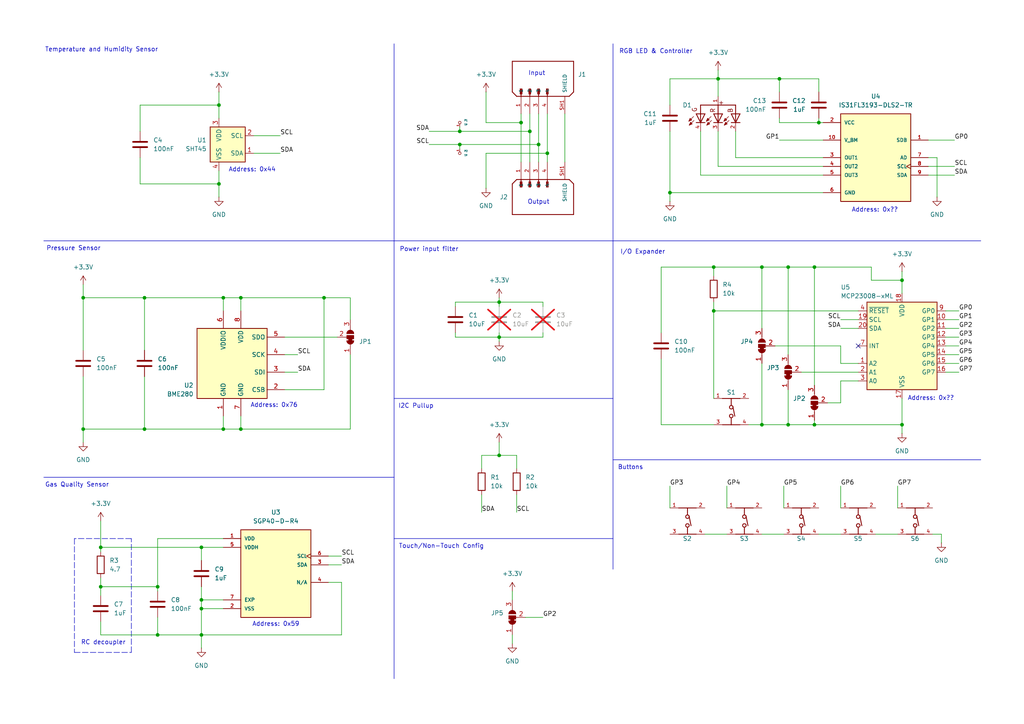
<source format=kicad_sch>
(kicad_sch (version 20250114) (generator "eeschema") (generator_version "9.0")
  (paper "A4")
  (title_block (title "SensorBoard Mk2") (date "2025-12-01") (rev "001"))
  (lib_symbols
    (symbol "150141M173100:WL-SFTW_3528_PLCC4" (pin_names (offset 1.016))
      (property "Reference" "D" (at 2.06 9.302 0))
      (property "Value" "WL-SFTW_3528_PLCC4" (at 0.14 -8.378 0))
      (symbol "WL-SFTW_3528_PLCC4_0_0"
        (polyline (pts (xy -2.54 5.08) (xy -2.54 0)) (stroke (width 0.254)))
        (polyline (pts (xy -2.54 5.08) (xy 0 5.08)) (stroke (width 0.254)))
        (polyline (pts (xy -2.54 0) (xy -2.54 -5.08)) (stroke (width 0.254)))
        (polyline (pts (xy -2.54 0) (xy 0 0)) (stroke (width 0.254)))
        (polyline (pts (xy -2.54 -5.08) (xy 0 -5.08)) (stroke (width 0.254)))
        (polyline (pts (xy 0 5.08) (xy 0 6.35)) (stroke (width 0.254)))
        (polyline (pts (xy 0 5.08) (xy 2.54 5.08)) (stroke (width 0.254)))
        (polyline (pts (xy 0 3.81) (xy 0 5.08)) (stroke (width 0.254)))
        (polyline (pts (xy 0 3.81) (xy 2.54 5.08)) (stroke (width 0.254)))
        (polyline (pts (xy 0 0) (xy 0 1.27)) (stroke (width 0.254)))
        (polyline (pts (xy 0 0) (xy 2.54 0)) (stroke (width 0.254)))
        (polyline (pts (xy 0 -1.27) (xy 0 0)) (stroke (width 0.254)))
        (polyline (pts (xy 0 -1.27) (xy 2.54 0)) (stroke (width 0.254)))
        (polyline (pts (xy 0 -5.08) (xy 0 -3.81)) (stroke (width 0.254)))
        (polyline (pts (xy 0 -5.08) (xy 2.54 -5.08)) (stroke (width 0.254)))
        (polyline (pts (xy 0 -6.35) (xy 0 -5.08)) (stroke (width 0.254)))
        (polyline (pts (xy 0 -6.35) (xy 2.54 -5.08)) (stroke (width 0.254)))
        (polyline (pts (xy 0.762 7.112) (xy 2.159 8.509)) (stroke (width 0.1524)))
        (polyline (pts (xy 0.762 2.032) (xy 2.159 3.429)) (stroke (width 0.1524)))
        (polyline (pts (xy 0.762 -3.048) (xy 2.159 -1.651)) (stroke (width 0.1524)))
        (polyline (pts (xy 1.905 6.985) (xy 3.302 8.382)) (stroke (width 0.1524)))
        (polyline (pts (xy 1.905 1.905) (xy 3.302 3.302)) (stroke (width 0.1524)))
        (polyline (pts (xy 1.905 -3.175) (xy 3.302 -1.778)) (stroke (width 0.1524)))
        (polyline (pts (xy 2.159 8.509) (xy 1.27 8.128) (xy 1.778 7.62) (xy 2.159 8.509)) (stroke (width 0.1524)) (fill (type outline)))
        (polyline (pts (xy 2.159 3.429) (xy 1.27 3.048) (xy 1.778 2.54) (xy 2.159 3.429)) (stroke (width 0.1524)) (fill (type outline)))
        (polyline (pts (xy 2.159 -1.651) (xy 1.27 -2.032) (xy 1.778 -2.54) (xy 2.159 -1.651)) (stroke (width 0.1524)) (fill (type outline)))
        (polyline (pts (xy 2.54 5.08) (xy 0 6.35)) (stroke (width 0.254)))
        (polyline (pts (xy 2.54 5.08) (xy 2.54 6.35)) (stroke (width 0.254)))
        (polyline (pts (xy 2.54 3.81) (xy 2.54 5.08)) (stroke (width 0.254)))
        (polyline (pts (xy 2.54 0) (xy 0 1.27)) (stroke (width 0.254)))
        (polyline (pts (xy 2.54 0) (xy 2.54 1.27)) (stroke (width 0.254)))
        (polyline (pts (xy 2.54 -1.27) (xy 2.54 0)) (stroke (width 0.254)))
        (polyline (pts (xy 2.54 -5.08) (xy 0 -3.81)) (stroke (width 0.254)))
        (polyline (pts (xy 2.54 -5.08) (xy 2.54 -3.81)) (stroke (width 0.254)))
        (polyline (pts (xy 2.54 -6.35) (xy 2.54 -5.08)) (stroke (width 0.254)))
        (polyline (pts (xy 3.302 8.382) (xy 2.413 8.001) (xy 2.921 7.493) (xy 3.302 8.382)) (stroke (width 0.1524)) (fill (type outline)))
        (polyline (pts (xy 3.302 3.302) (xy 2.413 2.921) (xy 2.921 2.413) (xy 3.302 3.302)) (stroke (width 0.1524)) (fill (type outline)))
        (polyline (pts (xy 3.302 -1.778) (xy 2.413 -2.159) (xy 2.921 -2.667) (xy 3.302 -1.778)) (stroke (width 0.1524)) (fill (type outline)))
        (text "+" (at -4.08 -1.54 0) (effects (font (size 1.27 1.27)) (justify left bottom)))
        (text "G" (at -1.96 6.08 0) (effects (font (size 1.27 1.27)) (justify left bottom)))
        (text "R" (at -1.73 0.78 0) (effects (font (size 1.27 1.27)) (justify left bottom)))
        (text "B" (at -1.73 -4.31 0) (effects (font (size 1.27 1.27)) (justify left bottom)))
        (pin passive line (at -5.08 0 0) (length 2.54) (name "~") (number "1"))
        (pin passive line (at 5.08 5.08 180) (length 2.54) (name "~") (number "4"))
        (pin passive line (at 5.08 0 180) (length 2.54) (name "~") (number "3"))
        (pin passive line (at 5.08 -5.08 180) (length 2.54) (name "~") (number "2"))
      )
    )
    (symbol "430181038816:430181038816" (pin_names (offset 1.016))
      (property "Reference" "S" (at 0 5.842 0))
      (property "Value" "430181038816" (at 0 -5.08 0))
      (symbol "430181038816_0_0"
        (polyline (pts (xy 0 5.08) (xy -2.54 5.08)) (stroke (width 0.254)))
        (polyline (pts (xy 0 3.175) (xy 0 5.08)) (stroke (width 0.254)))
        (circle (center 0 2.54) (radius 0.508) (stroke (width 0.254)))
        (circle (center 0 0) (radius 0.508) (stroke (width 0.254)))
        (polyline (pts (xy 0 -2.54) (xy -2.54 -2.54)) (stroke (width 0.254)))
        (polyline (pts (xy 0 -2.54) (xy 0 -0.635)) (stroke (width 0.254)))
        (polyline (pts (xy 0.47 2.74) (xy 1.04 -0.07)) (stroke (width 0.254)))
        (polyline (pts (xy 2.54 5.08) (xy 0 5.08)) (stroke (width 0.254)))
        (polyline (pts (xy 2.54 -2.54) (xy 0 -2.54)) (stroke (width 0.254)))
        (pin passive line (at -5.08 5.08 0) (length 2.54) (name "~") (number "1"))
        (pin passive line (at -5.08 -2.54 0) (length 2.54) (name "~") (number "3"))
        (pin passive line (at 5.08 5.08 180) (length 2.54) (name "~") (number "2"))
        (pin passive line (at 5.08 -2.54 180) (length 2.54) (name "~") (number "4"))
      )
    )
    (symbol "B4B-PH-SM4-TB:B4B-PH-SM4-TB" (pin_names (offset 1.016))
      (property "Reference" "J" (at 0 8.89 0))
      (property "Value" "B4B-PH-SM4-TB" (at 0 -12.7 0))
      (symbol "B4B-PH-SM4-TB_0_0"
        (polyline (pts (xy 0 6.35) (xy 0 -8.89)) (stroke (width 0.254)))
        (polyline (pts (xy 0 6.35) (xy 1.27 7.62)) (stroke (width 0.254)))
        (polyline (pts (xy 0 5.08) (xy 1.905 5.08)) (stroke (width 0.254)))
        (polyline (pts (xy 0 2.54) (xy 1.905 2.54)) (stroke (width 0.254)))
        (polyline (pts (xy 0 0) (xy 1.905 0)) (stroke (width 0.254)))
        (polyline (pts (xy 0 -2.54) (xy 1.905 -2.54)) (stroke (width 0.254)))
        (polyline (pts (xy 0 -8.89) (xy 1.27 -10.16)) (stroke (width 0.254)))
        (rectangle (start 0.635 4.7625) (end 2.2225 5.3975) (stroke (width 0.1)) (fill (type outline)))
        (rectangle (start 0.635 2.2225) (end 2.2225 2.8575) (stroke (width 0.1)) (fill (type outline)))
        (rectangle (start 0.635 -0.3175) (end 2.2225 0.3175) (stroke (width 0.1)) (fill (type outline)))
        (rectangle (start 0.635 -2.8575) (end 2.2225 -2.2225) (stroke (width 0.1)) (fill (type outline)))
        (polyline (pts (xy 1.27 -10.16) (xy 10.16 -10.16)) (stroke (width 0.254)))
        (polyline (pts (xy 10.16 7.62) (xy 1.27 7.62)) (stroke (width 0.254)))
        (polyline (pts (xy 10.16 -10.16) (xy 10.16 7.62)) (stroke (width 0.254)))
        (pin passive line (at -5.08 5.08 0) (length 5.08) (name "1") (number "1"))
        (pin passive line (at -5.08 2.54 0) (length 5.08) (name "2") (number "2"))
        (pin passive line (at -5.08 0 0) (length 5.08) (name "3") (number "3"))
        (pin passive line (at -5.08 -2.54 0) (length 5.08) (name "4") (number "4"))
        (pin passive line (at -5.08 -7.62 0) (length 5.08) (name "SHIELD") (number "SH1"))
        (pin passive line (at -5.08 -7.62 0) (length 5.08) (hide yes) (name "SHIELD") (number "SH2"))
      )
    )
    (symbol "Device:C" (pin_numbers (hide yes)) (pin_names (offset 0.254))
      (property "Reference" "C" (at 0.635 2.54 0))
      (property "Value" "C" (at 0.635 -2.54 0))
      (symbol "C_0_1"
        (polyline (pts (xy -2.032 0.762) (xy 2.032 0.762)) (stroke (width 0.508)))
        (polyline (pts (xy -2.032 -0.762) (xy 2.032 -0.762)) (stroke (width 0.508)))
      )
      (symbol "C_1_1"
        (pin passive line (at 0 3.81 270) (length 2.794) (name "~") (number "1"))
        (pin passive line (at 0 -3.81 90) (length 2.794) (name "~") (number "2"))
      )
    )
    (symbol "Device:R" (pin_numbers (hide yes)) (pin_names (offset 0))
      (property "Reference" "R" (at 2.032 0 90))
      (property "Value" "R" (at 0 0 90))
      (symbol "R_0_1"
        (rectangle (start -1.016 -2.54) (end 1.016 2.54) (stroke (width 0.254)))
      )
      (symbol "R_1_1"
        (pin passive line (at 0 3.81 270) (length 1.27) (name "~") (number "1"))
        (pin passive line (at 0 -3.81 90) (length 1.27) (name "~") (number "2"))
      )
    )
    (symbol "IS31FL3193-DLS2-TR:IS31FL3193-DLS2-TR" (pin_names (offset 1.016))
      (property "Reference" "U" (at -10.16 13.97 0))
      (property "Value" "IS31FL3193-DLS2-TR" (at -10.16 -13.97 0))
      (symbol "IS31FL3193-DLS2-TR_0_0"
        (rectangle (start -10.16 -12.7) (end 10.16 12.7) (stroke (width 0.254)) (fill (type background)))
        (pin input line (at -15.24 5.08 0) (length 5.08) (name "SDB") (number "1"))
        (pin input line (at -15.24 0 0) (length 5.08) (name "AD") (number "7"))
        (pin input clock (at -15.24 -2.54 0) (length 5.08) (name "SCL") (number "8"))
        (pin bidirectional line (at -15.24 -5.08 0) (length 5.08) (name "SDA") (number "9"))
        (pin power_in line (at 15.24 10.16 180) (length 5.08) (name "VCC") (number "2"))
        (pin output line (at 15.24 5.08 180) (length 5.08) (name "V_BM") (number "10"))
        (pin output line (at 15.24 0 180) (length 5.08) (name "OUT1") (number "3"))
        (pin output line (at 15.24 -2.54 180) (length 5.08) (name "OUT2") (number "4"))
        (pin output line (at 15.24 -5.08 180) (length 5.08) (name "OUT3") (number "5"))
        (pin power_in line (at 15.24 -10.16 180) (length 5.08) (hide yes) (name "GND") (number "11"))
        (pin power_in line (at 15.24 -10.16 180) (length 5.08) (name "GND") (number "6"))
      )
    )
    (symbol "Interface_Expansion:MCP23008-xML"
      (property "Reference" "U" (at -8.89 13.97 0))
      (property "Value" "MCP23008-xML" (at 8.89 13.97 0))
      (symbol "MCP23008-xML_0_1"
        (rectangle (start -10.16 12.7) (end 10.16 -12.7) (stroke (width 0.254)) (fill (type background)))
      )
      (symbol "MCP23008-xML_1_1"
        (pin input line (at -12.7 10.16 0) (length 2.54) (name "~{RESET}") (number "4"))
        (pin input line (at -12.7 7.62 0) (length 2.54) (name "SCL") (number "19"))
        (pin bidirectional line (at -12.7 5.08 0) (length 2.54) (name "SDA") (number "20"))
        (pin output line (at -12.7 0 0) (length 2.54) (name "INT") (number "7"))
        (pin input line (at -12.7 -5.08 0) (length 2.54) (name "A2") (number "1"))
        (pin input line (at -12.7 -7.62 0) (length 2.54) (name "A1") (number "2"))
        (pin input line (at -12.7 -10.16 0) (length 2.54) (name "A0") (number "3"))
        (pin no_connect line (at -10.16 2.54 0) (length 2.54) (hide yes) (name "NC") (number "5"))
        (pin no_connect line (at -10.16 -2.54 0) (length 2.54) (hide yes) (name "NC") (number "6"))
        (pin power_in line (at 0 15.24 270) (length 2.54) (name "VDD") (number "18"))
        (pin power_in line (at 0 -15.24 90) (length 2.54) (name "VSS") (number "17"))
        (pin no_connect line (at 10.16 -10.16 180) (length 2.54) (hide yes) (name "NC") (number "8"))
        (pin bidirectional line (at 12.7 10.16 180) (length 2.54) (name "GP0") (number "9"))
        (pin bidirectional line (at 12.7 7.62 180) (length 2.54) (name "GP1") (number "10"))
        (pin bidirectional line (at 12.7 5.08 180) (length 2.54) (name "GP2") (number "11"))
        (pin bidirectional line (at 12.7 2.54 180) (length 2.54) (name "GP3") (number "12"))
        (pin bidirectional line (at 12.7 0 180) (length 2.54) (name "GP4") (number "13"))
        (pin bidirectional line (at 12.7 -2.54 180) (length 2.54) (name "GP5") (number "14"))
        (pin bidirectional line (at 12.7 -5.08 180) (length 2.54) (name "GP6") (number "15"))
        (pin bidirectional line (at 12.7 -7.62 180) (length 2.54) (name "GP7") (number "16"))
      )
    )
    (symbol "Jumper:SolderJumper_3_Bridged12" (pin_names (offset 0) (hide yes)) (in_bom no)
      (property "Reference" "JP" (at -2.54 -2.54 0))
      (property "Value" "SolderJumper_3_Bridged12" (at 0 2.794 0))
      (symbol "SolderJumper_3_Bridged12_0_1"
        (polyline (pts (xy -2.54 0) (xy -2.032 0)))
        (polyline (pts (xy -1.016 1.016) (xy -1.016 -1.016)))
        (rectangle (start -1.016 0.508) (end -0.508 -0.508) (fill (type outline)))
        (arc (start -1.016 -1.016) (mid -2.0276 0) (end -1.016 1.016))
        (arc (start -1.016 -1.016) (mid -2.0276 0) (end -1.016 1.016) (fill (type outline)))
        (rectangle (start -0.508 1.016) (end 0.508 -1.016) (fill (type outline)))
        (polyline (pts (xy 0 -1.27) (xy 0 -1.016)))
        (arc (start 1.016 1.016) (mid 2.0276 0) (end 1.016 -1.016))
        (arc (start 1.016 1.016) (mid 2.0276 0) (end 1.016 -1.016) (fill (type outline)))
        (polyline (pts (xy 1.016 1.016) (xy 1.016 -1.016)))
        (polyline (pts (xy 2.54 0) (xy 2.032 0)))
      )
      (symbol "SolderJumper_3_Bridged12_1_1"
        (pin passive line (at -5.08 0 0) (length 2.54) (name "A") (number "1"))
        (pin passive line (at 0 -3.81 90) (length 2.54) (name "C") (number "2"))
        (pin passive line (at 5.08 0 180) (length 2.54) (name "B") (number "3"))
      )
    )
    (symbol "SGP40-D-R4:SGP40-D-R4" (pin_names (offset 1.016))
      (property "Reference" "U" (at -10.16 13.462 0))
      (property "Value" "SGP40-D-R4" (at -10.16 -15.24 0))
      (symbol "SGP40-D-R4_0_0"
        (rectangle (start -10.16 -12.7) (end 10.16 12.7) (stroke (width 0.254)) (fill (type background)))
        (pin bidirectional clock (at -15.24 5.08 0) (length 5.08) (name "SCL") (number "6"))
        (pin bidirectional line (at -15.24 2.54 0) (length 5.08) (name "SDA") (number "3"))
        (pin passive line (at -15.24 -2.54 0) (length 5.08) (name "N/A") (number "4"))
        (pin power_in line (at 15.24 10.16 180) (length 5.08) (name "VDD") (number "1"))
        (pin power_in line (at 15.24 7.62 180) (length 5.08) (name "VDDH") (number "5"))
        (pin power_in line (at 15.24 -7.62 180) (length 5.08) (name "EXP") (number "7"))
        (pin power_in line (at 15.24 -10.16 180) (length 5.08) (name "VSS") (number "2"))
      )
    )
    (symbol "Sensor:BME280"
      (property "Reference" "U" (at -8.89 11.43 0))
      (property "Value" "BME280" (at 7.62 11.43 0))
      (symbol "BME280_0_1"
        (rectangle (start -10.16 10.16) (end 10.16 -10.16) (stroke (width 0.254)) (fill (type background)))
      )
      (symbol "BME280_1_1"
        (pin power_in line (at -2.54 15.24 270) (length 5.08) (name "VDDIO") (number "6"))
        (pin power_in line (at -2.54 -15.24 90) (length 5.08) (name "GND") (number "1"))
        (pin power_in line (at 2.54 15.24 270) (length 5.08) (name "VDD") (number "8"))
        (pin power_in line (at 2.54 -15.24 90) (length 5.08) (name "GND") (number "7"))
        (pin bidirectional line (at 15.24 7.62 180) (length 5.08) (name "SDO") (number "5"))
        (pin input line (at 15.24 2.54 180) (length 5.08) (name "SCK") (number "4"))
        (pin bidirectional line (at 15.24 -2.54 180) (length 5.08) (name "SDI") (number "3"))
        (pin input line (at 15.24 -7.62 180) (length 5.08) (name "CSB") (number "2"))
      )
    )
    (symbol "Sensor_Humidity:SHT4x"
      (property "Reference" "U" (at 0 8.89 0))
      (property "Value" "SHT4x" (at 0 6.35 0))
      (symbol "SHT4x_1_1"
        (rectangle (start -5.08 5.08) (end 5.08 -5.08) (stroke (width 0.254)) (fill (type background)))
        (pin input line (at -7.62 2.54 0) (length 2.54) (name "SCL") (number "2"))
        (pin bidirectional line (at -7.62 -2.54 0) (length 2.54) (name "SDA") (number "1"))
        (pin power_in line (at 2.54 7.62 270) (length 2.54) (name "VDD") (number "3"))
        (pin power_in line (at 2.54 -7.62 90) (length 2.54) (name "VSS") (number "4"))
      )
    )
    (symbol "power:+3.3V" (power) (pin_numbers (hide yes)) (pin_names (offset 0) (hide yes))
      (property "Value" "+3.3V" (at 0 3.556 0))
      (symbol "+3.3V_0_1"
        (polyline (pts (xy -0.762 1.27) (xy 0 2.54)))
        (polyline (pts (xy 0 2.54) (xy 0.762 1.27)))
        (polyline (pts (xy 0 0) (xy 0 2.54)))
      )
      (symbol "+3.3V_1_1"
        (pin power_in line (at 0 0 90) (length 0) (name "~") (number "1"))
      )
    )
    (symbol "power:GND" (power) (pin_numbers (hide yes)) (pin_names (offset 0) (hide yes))
      (property "Value" "GND" (at 0 -3.81 0))
      (symbol "GND_0_1"
        (polyline (pts (xy 0 0) (xy 0 -1.27) (xy 1.27 -1.27) (xy 0 -2.54) (xy -1.27 -1.27) (xy 0 -1.27)))
      )
      (symbol "GND_1_1"
        (pin power_in line (at 0 0 270) (length 0) (name "~") (number "1"))
      )
    )
    (symbol "tinkerforge:TP" (pin_names (offset 1.016))
      (property "Reference" "P" (at -0.508 1.524 0))
      (property "Value" "TP" (at 0 -1.27 0))
      (symbol "TP_0_1"
        (circle (center 1.27 0) (radius 0.381))
      )
      (symbol "TP_1_1"
        (pin input line (at 0 0 0) (length 0.9) (name "~") (number "1"))
      )
    )
  )
  (text "Address: 0x76" (at 79.502 117.602 0) (effects (font (size 1.27 1.27))))
  (text "Address: 0x44" (at 73.152 49.276 0) (effects (font (size 1.27 1.27))))
  (text "I/O Expander" (at 186.436 73.152 0) (effects (font (size 1.27 1.27))))
  (text "Gas Quality Sensor" (at 22.352 140.716 0) (effects (font (size 1.27 1.27))))
  (text "Address: 0x??" (at 253.746 60.96 0) (effects (font (size 1.27 1.27))))
  (text "Pressure Sensor" (at 21.336 72.136 0) (effects (font (size 1.27 1.27))))
  (text "Output" (at 156.21 58.674 0) (effects (font (size 1.27 1.27))))
  (text "Address: 0x59" (at 80.01 181.102 0) (effects (font (size 1.27 1.27))))
  (text "RC decoupler" (at 29.972 186.436 0) (effects (font (size 1.27 1.27))))
  (text "Touch/Non-Touch Config" (at 128.016 158.496 0) (effects (font (size 1.27 1.27))))
  (text "Temperature and Humidity Sensor" (at 29.464 14.478 0) (effects (font (size 1.27 1.27))))
  (text "Input" (at 155.702 21.336 0) (effects (font (size 1.27 1.27))))
  (text "I2C Pullup" (at 120.65 117.856 0) (effects (font (size 1.27 1.27))))
  (text "Buttons" (at 182.88 135.636 0) (effects (font (size 1.27 1.27))))
  (text "Address: 0x??" (at 270.002 115.57 0) (effects (font (size 1.27 1.27))))
  (text "RGB LED & Controller" (at 190.246 14.986 0) (effects (font (size 1.27 1.27))))
  (text "Power input filter" (at 124.46 72.39 0) (effects (font (size 1.27 1.27))))
  (junction (at 144.78 132.08))
  (junction (at 208.28 22.86))
  (junction (at 69.85 86.36))
  (junction (at 144.78 97.79))
  (junction (at 226.06 22.86))
  (junction (at 29.21 158.75))
  (junction (at 63.5 53.34))
  (junction (at 63.5 30.48))
  (junction (at 194.31 55.88))
  (junction (at 207.01 90.17))
  (junction (at 58.42 176.53))
  (junction (at 228.6 77.47))
  (junction (at 24.13 86.36))
  (junction (at 236.22 77.47))
  (junction (at 236.22 123.19))
  (junction (at 261.62 81.28))
  (junction (at 153.67 38.1))
  (junction (at 156.21 41.91))
  (junction (at 237.49 35.56))
  (junction (at 58.42 158.75))
  (junction (at 228.6 123.19))
  (junction (at 151.13 35.56))
  (junction (at 220.98 123.19))
  (junction (at 45.72 184.15))
  (junction (at 41.91 124.46))
  (junction (at 93.98 86.36))
  (junction (at 158.75 44.45))
  (junction (at 29.21 170.18))
  (junction (at 261.62 123.19))
  (junction (at 58.42 173.99))
  (junction (at 41.91 86.36))
  (junction (at 58.42 184.15))
  (junction (at 45.72 170.18))
  (junction (at 144.78 87.63))
  (junction (at 133.35 38.1))
  (junction (at 64.77 86.36))
  (junction (at 64.77 124.46))
  (junction (at 220.98 77.47))
  (junction (at 24.13 124.46))
  (junction (at 207.01 77.47))
  (junction (at 133.35 41.91))
  (junction (at 69.85 124.46))
  (no_connect (at 248.92 100.33))
  (wire (pts (xy 124.46 41.91) (xy 133.35 41.91)))
  (wire (pts (xy 252.73 81.28) (xy 261.62 81.28)))
  (wire (pts (xy 140.97 54.61) (xy 140.97 44.45)))
  (wire (pts (xy 191.77 123.19) (xy 191.77 104.14)))
  (wire (pts (xy 82.55 113.03) (xy 93.98 113.03)))
  (wire (pts (xy 45.72 184.15) (xy 58.42 184.15)))
  (wire (pts (xy 274.32 100.33) (xy 278.13 100.33)))
  (wire (pts (xy 274.32 90.17) (xy 278.13 90.17)))
  (wire (pts (xy 73.66 39.37) (xy 81.28 39.37)))
  (polyline (pts (xy 12.7 138.43) (xy 114.3 138.43)))
  (wire (pts (xy 63.5 53.34) (xy 63.5 57.15)))
  (wire (pts (xy 207.01 87.63) (xy 207.01 90.17)))
  (polyline (pts (xy 38.1 189.23) (xy 38.1 156.21)) (stroke (width 0) (type dash)))
  (wire (pts (xy 40.64 45.72) (xy 40.64 53.34)))
  (wire (pts (xy 69.85 86.36) (xy 93.98 86.36)))
  (wire (pts (xy 243.84 92.71) (xy 248.92 92.71)))
  (wire (pts (xy 252.73 77.47) (xy 252.73 81.28)))
  (polyline (pts (xy 114.3 69.85) (xy 182.88 69.85)))
  (wire (pts (xy 194.31 140.97) (xy 194.31 147.32)))
  (wire (pts (xy 236.22 77.47) (xy 236.22 111.76)))
  (wire (pts (xy 29.21 167.64) (xy 29.21 170.18)))
  (wire (pts (xy 226.06 34.29) (xy 226.06 35.56)))
  (polyline (pts (xy 177.8 12.7) (xy 177.8 165.1)))
  (wire (pts (xy 220.98 154.94) (xy 227.33 154.94)))
  (wire (pts (xy 63.5 49.53) (xy 63.5 53.34)))
  (wire (pts (xy 148.59 184.15) (xy 148.59 186.69)))
  (wire (pts (xy 41.91 124.46) (xy 64.77 124.46)))
  (wire (pts (xy 213.36 38.1) (xy 213.36 45.72)))
  (wire (pts (xy 213.36 45.72) (xy 238.76 45.72)))
  (wire (pts (xy 93.98 86.36) (xy 101.6 86.36)))
  (wire (pts (xy 45.72 156.21) (xy 45.72 170.18)))
  (wire (pts (xy 139.7 143.51) (xy 139.7 148.59)))
  (wire (pts (xy 139.7 132.08) (xy 144.78 132.08)))
  (wire (pts (xy 144.78 97.79) (xy 144.78 99.06)))
  (wire (pts (xy 101.6 102.87) (xy 101.6 124.46)))
  (wire (pts (xy 152.4 179.07) (xy 157.48 179.07)))
  (wire (pts (xy 157.48 97.79) (xy 144.78 97.79)))
  (wire (pts (xy 274.32 95.25) (xy 278.13 95.25)))
  (wire (pts (xy 132.08 97.79) (xy 144.78 97.79)))
  (wire (pts (xy 157.48 87.63) (xy 144.78 87.63)))
  (wire (pts (xy 226.06 22.86) (xy 208.28 22.86)))
  (wire (pts (xy 133.35 41.91) (xy 156.21 41.91)))
  (wire (pts (xy 243.84 116.84) (xy 243.84 110.49)))
  (polyline (pts (xy 12.7 69.85) (xy 114.3 69.85)))
  (wire (pts (xy 99.06 168.91) (xy 95.25 168.91)))
  (polyline (pts (xy 114.3 156.21) (xy 177.8 156.21)))
  (wire (pts (xy 64.77 158.75) (xy 58.42 158.75)))
  (wire (pts (xy 64.77 90.17) (xy 64.77 86.36)))
  (wire (pts (xy 149.86 132.08) (xy 149.86 135.89)))
  (wire (pts (xy 133.35 36.83) (xy 133.35 38.1)))
  (wire (pts (xy 236.22 121.92) (xy 236.22 123.19)))
  (wire (pts (xy 207.01 90.17) (xy 207.01 115.57)))
  (wire (pts (xy 269.24 48.26) (xy 276.86 48.26)))
  (wire (pts (xy 227.33 140.97) (xy 227.33 147.32)))
  (wire (pts (xy 236.22 123.19) (xy 261.62 123.19)))
  (wire (pts (xy 208.28 22.86) (xy 208.28 27.94)))
  (wire (pts (xy 191.77 77.47) (xy 191.77 96.52)))
  (wire (pts (xy 261.62 81.28) (xy 261.62 85.09)))
  (wire (pts (xy 40.64 30.48) (xy 63.5 30.48)))
  (wire (pts (xy 24.13 82.55) (xy 24.13 86.36)))
  (wire (pts (xy 270.51 154.94) (xy 273.05 154.94)))
  (wire (pts (xy 93.98 113.03) (xy 93.98 86.36)))
  (wire (pts (xy 64.77 173.99) (xy 58.42 173.99)))
  (wire (pts (xy 274.32 97.79) (xy 278.13 97.79)))
  (wire (pts (xy 139.7 135.89) (xy 139.7 132.08)))
  (wire (pts (xy 144.78 128.27) (xy 144.78 132.08)))
  (wire (pts (xy 210.82 140.97) (xy 210.82 147.32)))
  (wire (pts (xy 238.76 35.56) (xy 237.49 35.56)))
  (wire (pts (xy 261.62 78.74) (xy 261.62 81.28)))
  (wire (pts (xy 64.77 120.65) (xy 64.77 124.46)))
  (wire (pts (xy 29.21 170.18) (xy 29.21 172.72)))
  (wire (pts (xy 148.59 171.45) (xy 148.59 173.99)))
  (wire (pts (xy 157.48 96.52) (xy 157.48 97.79)))
  (wire (pts (xy 24.13 124.46) (xy 24.13 128.27)))
  (wire (pts (xy 203.2 38.1) (xy 203.2 50.8)))
  (wire (pts (xy 194.31 55.88) (xy 238.76 55.88)))
  (wire (pts (xy 132.08 96.52) (xy 132.08 97.79)))
  (wire (pts (xy 274.32 107.95) (xy 278.13 107.95)))
  (wire (pts (xy 24.13 124.46) (xy 41.91 124.46)))
  (wire (pts (xy 208.28 20.32) (xy 208.28 22.86)))
  (wire (pts (xy 158.75 33.02) (xy 158.75 44.45)))
  (wire (pts (xy 237.49 26.67) (xy 237.49 22.86)))
  (wire (pts (xy 40.64 38.1) (xy 40.64 30.48)))
  (wire (pts (xy 217.17 123.19) (xy 220.98 123.19)))
  (wire (pts (xy 41.91 86.36) (xy 64.77 86.36)))
  (wire (pts (xy 204.47 154.94) (xy 210.82 154.94)))
  (wire (pts (xy 69.85 124.46) (xy 101.6 124.46)))
  (wire (pts (xy 261.62 115.57) (xy 261.62 123.19)))
  (wire (pts (xy 158.75 46.99) (xy 158.75 44.45)))
  (wire (pts (xy 58.42 158.75) (xy 58.42 162.56)))
  (wire (pts (xy 243.84 140.97) (xy 243.84 147.32)))
  (wire (pts (xy 63.5 30.48) (xy 63.5 34.29)))
  (wire (pts (xy 207.01 90.17) (xy 248.92 90.17)))
  (wire (pts (xy 58.42 173.99) (xy 58.42 176.53)))
  (wire (pts (xy 156.21 41.91) (xy 156.21 46.99)))
  (polyline (pts (xy 21.59 156.21) (xy 21.59 189.23)) (stroke (width 0) (type dash)))
  (wire (pts (xy 64.77 86.36) (xy 69.85 86.36)))
  (wire (pts (xy 153.67 38.1) (xy 153.67 46.99)))
  (wire (pts (xy 29.21 158.75) (xy 58.42 158.75)))
  (wire (pts (xy 149.86 143.51) (xy 149.86 148.59)))
  (wire (pts (xy 226.06 35.56) (xy 237.49 35.56)))
  (wire (pts (xy 156.21 33.02) (xy 156.21 41.91)))
  (polyline (pts (xy 182.88 69.85) (xy 284.48 69.85)))
  (wire (pts (xy 41.91 109.22) (xy 41.91 124.46)))
  (wire (pts (xy 243.84 95.25) (xy 248.92 95.25)))
  (wire (pts (xy 157.48 88.9) (xy 157.48 87.63)))
  (wire (pts (xy 261.62 123.19) (xy 261.62 125.73)))
  (wire (pts (xy 228.6 77.47) (xy 236.22 77.47)))
  (wire (pts (xy 207.01 123.19) (xy 191.77 123.19)))
  (wire (pts (xy 140.97 44.45) (xy 158.75 44.45)))
  (wire (pts (xy 58.42 170.18) (xy 58.42 173.99)))
  (polyline (pts (xy 114.3 115.57) (xy 177.8 115.57)))
  (wire (pts (xy 29.21 170.18) (xy 45.72 170.18)))
  (wire (pts (xy 24.13 101.6) (xy 24.13 86.36)))
  (wire (pts (xy 274.32 105.41) (xy 278.13 105.41)))
  (wire (pts (xy 226.06 40.64) (xy 238.76 40.64)))
  (wire (pts (xy 41.91 101.6) (xy 41.91 86.36)))
  (wire (pts (xy 237.49 154.94) (xy 243.84 154.94)))
  (polyline (pts (xy 114.3 12.7) (xy 114.3 196.85)))
  (wire (pts (xy 40.64 53.34) (xy 63.5 53.34)))
  (wire (pts (xy 151.13 33.02) (xy 151.13 35.56)))
  (wire (pts (xy 203.2 50.8) (xy 238.76 50.8)))
  (wire (pts (xy 144.78 132.08) (xy 149.86 132.08)))
  (wire (pts (xy 73.66 44.45) (xy 81.28 44.45)))
  (wire (pts (xy 63.5 26.67) (xy 63.5 30.48)))
  (wire (pts (xy 243.84 105.41) (xy 248.92 105.41)))
  (wire (pts (xy 144.78 97.79) (xy 144.78 96.52)))
  (wire (pts (xy 269.24 45.72) (xy 271.78 45.72)))
  (wire (pts (xy 144.78 87.63) (xy 144.78 88.9)))
  (wire (pts (xy 29.21 158.75) (xy 29.21 160.02)))
  (wire (pts (xy 237.49 35.56) (xy 237.49 34.29)))
  (wire (pts (xy 237.49 22.86) (xy 226.06 22.86)))
  (wire (pts (xy 226.06 26.67) (xy 226.06 22.86)))
  (wire (pts (xy 99.06 168.91) (xy 99.06 184.15)))
  (wire (pts (xy 29.21 151.13) (xy 29.21 158.75)))
  (wire (pts (xy 58.42 184.15) (xy 58.42 176.53)))
  (wire (pts (xy 45.72 179.07) (xy 45.72 184.15)))
  (wire (pts (xy 45.72 156.21) (xy 64.77 156.21)))
  (wire (pts (xy 232.41 107.95) (xy 248.92 107.95)))
  (wire (pts (xy 243.84 100.33) (xy 243.84 105.41)))
  (wire (pts (xy 133.35 41.91) (xy 133.35 43.18)))
  (polyline (pts (xy 177.8 133.35) (xy 284.48 133.35)))
  (wire (pts (xy 194.31 30.48) (xy 194.31 22.86)))
  (wire (pts (xy 82.55 97.79) (xy 97.79 97.79)))
  (wire (pts (xy 153.67 33.02) (xy 153.67 38.1)))
  (wire (pts (xy 24.13 109.22) (xy 24.13 124.46)))
  (wire (pts (xy 151.13 35.56) (xy 151.13 46.99)))
  (wire (pts (xy 220.98 105.41) (xy 220.98 123.19)))
  (wire (pts (xy 207.01 77.47) (xy 207.01 80.01)))
  (wire (pts (xy 144.78 86.36) (xy 144.78 87.63)))
  (wire (pts (xy 274.32 102.87) (xy 278.13 102.87)))
  (wire (pts (xy 194.31 38.1) (xy 194.31 55.88)))
  (wire (pts (xy 271.78 45.72) (xy 271.78 57.15)))
  (wire (pts (xy 132.08 87.63) (xy 144.78 87.63)))
  (wire (pts (xy 82.55 107.95) (xy 86.36 107.95)))
  (wire (pts (xy 133.35 38.1) (xy 153.67 38.1)))
  (wire (pts (xy 140.97 35.56) (xy 151.13 35.56)))
  (polyline (pts (xy 21.59 189.23) (xy 38.1 189.23)) (stroke (width 0) (type dash)))
  (wire (pts (xy 95.25 163.83) (xy 99.06 163.83)))
  (wire (pts (xy 191.77 77.47) (xy 207.01 77.47)))
  (wire (pts (xy 220.98 123.19) (xy 228.6 123.19)))
  (wire (pts (xy 269.24 40.64) (xy 276.86 40.64)))
  (wire (pts (xy 124.46 38.1) (xy 133.35 38.1)))
  (wire (pts (xy 132.08 87.63) (xy 132.08 88.9)))
  (wire (pts (xy 240.03 116.84) (xy 243.84 116.84)))
  (wire (pts (xy 194.31 22.86) (xy 208.28 22.86)))
  (polyline (pts (xy 38.1 156.21) (xy 21.59 156.21)) (stroke (width 0) (type dash)))
  (wire (pts (xy 228.6 123.19) (xy 236.22 123.19)))
  (wire (pts (xy 260.35 140.97) (xy 260.35 147.32)))
  (wire (pts (xy 64.77 124.46) (xy 69.85 124.46)))
  (wire (pts (xy 95.25 161.29) (xy 99.06 161.29)))
  (wire (pts (xy 45.72 170.18) (xy 45.72 171.45)))
  (wire (pts (xy 58.42 184.15) (xy 99.06 184.15)))
  (wire (pts (xy 208.28 48.26) (xy 238.76 48.26)))
  (wire (pts (xy 269.24 50.8) (xy 276.86 50.8)))
  (wire (pts (xy 228.6 77.47) (xy 228.6 102.87)))
  (wire (pts (xy 69.85 120.65) (xy 69.85 124.46)))
  (wire (pts (xy 220.98 77.47) (xy 228.6 77.47)))
  (wire (pts (xy 64.77 176.53) (xy 58.42 176.53)))
  (wire (pts (xy 220.98 77.47) (xy 220.98 95.25)))
  (wire (pts (xy 243.84 110.49) (xy 248.92 110.49)))
  (wire (pts (xy 29.21 184.15) (xy 45.72 184.15)))
  (wire (pts (xy 254 154.94) (xy 260.35 154.94)))
  (wire (pts (xy 236.22 77.47) (xy 252.73 77.47)))
  (wire (pts (xy 163.83 33.02) (xy 163.83 46.99)))
  (wire (pts (xy 29.21 180.34) (xy 29.21 184.15)))
  (wire (pts (xy 82.55 102.87) (xy 86.36 102.87)))
  (wire (pts (xy 274.32 92.71) (xy 278.13 92.71)))
  (wire (pts (xy 101.6 92.71) (xy 101.6 86.36)))
  (wire (pts (xy 208.28 38.1) (xy 208.28 48.26)))
  (wire (pts (xy 224.79 100.33) (xy 243.84 100.33)))
  (wire (pts (xy 194.31 55.88) (xy 194.31 58.42)))
  (wire (pts (xy 69.85 86.36) (xy 69.85 90.17)))
  (wire (pts (xy 207.01 77.47) (xy 220.98 77.47)))
  (wire (pts (xy 58.42 187.96) (xy 58.42 184.15)))
  (wire (pts (xy 24.13 86.36) (xy 41.91 86.36)))
  (wire (pts (xy 140.97 26.67) (xy 140.97 35.56)))
  (wire (pts (xy 228.6 113.03) (xy 228.6 123.19)))
  (wire (pts (xy 273.05 154.94) (xy 273.05 157.48)))
  (label "GP0" (at 278.13 90.17 0))
  (label "SDA" (at 243.84 95.25 180))
  (label "SCL" (at 124.46 41.91 180))
  (label "GP5" (at 227.33 140.97 0))
  (label "GP3" (at 278.13 97.79 0))
  (label "SCL" (at 99.06 161.29 0))
  (label "SCL" (at 81.28 39.37 0))
  (label "GP4" (at 210.82 140.97 0))
  (label "GP4" (at 278.13 100.33 0))
  (label "SDA" (at 86.36 107.95 0))
  (label "SDA" (at 139.7 148.59 0))
  (label "SDA" (at 124.46 38.1 180))
  (label "SDA" (at 99.06 163.83 0))
  (label "GP7" (at 278.13 107.95 0))
  (label "SCL" (at 276.86 48.26 0))
  (label "GP2" (at 278.13 95.25 0))
  (label "SDA" (at 81.28 44.45 0))
  (label "GP5" (at 278.13 102.87 0))
  (label "GP0" (at 276.86 40.64 0))
  (label "SDA" (at 276.86 50.8 0))
  (label "SCL" (at 86.36 102.87 0))
  (label "GP6" (at 278.13 105.41 0))
  (label "GP2" (at 157.48 179.07 0))
  (label "GP1" (at 226.06 40.64 180))
  (label "SCL" (at 149.86 148.59 0))
  (label "SCL" (at 243.84 92.71 180))
  (label "GP6" (at 243.84 140.97 0))
  (label "GP7" (at 260.35 140.97 0))
  (label "GP3" (at 194.31 140.97 0))
  (label "GP1" (at 278.13 92.71 0))
  (symbol (lib_id "power:+3.3V") (at 29.21 151.13 0) (mirror y) (unit 1)
    (property "Reference" "#PWR05" (effects (hide yes)))
    (property "Value" "+3.3V" (at 29.21 146.05 0))
    (property "Description" "Power symbol creates a global label with name \"+3.3V\"" (effects (hide yes)))
  )
  (symbol (lib_id "Interface_Expansion:MCP23008-xML") (at 261.62 100.33 0) (unit 1)
    (property "Reference" "U5" (at 243.84 83.312 0) (effects (justify left)))
    (property "Value" "MCP23008-xML" (at 243.84 85.852 0) (effects (justify left)))
    (property "Footprint" "Package_DFN_QFN:QFN-20-1EP_4x4mm_P0.5mm_EP2.7x2.7mm" (effects (hide yes)))
    (property "Datasheet" "http://ww1.microchip.com/downloads/en/DeviceDoc/MCP23008-MCP23S08-Data-Sheet-20001919F.pdf" (effects (hide yes)))
    (property "Description" "8-bit I/O expander, I2C, interrupts, QFN-20" (effects (hide yes)))
  )
  (symbol (lib_id "power:+3.3V") (at 63.5 26.67 0) (unit 1)
    (property "Reference" "#PWR01" (effects (hide yes)))
    (property "Value" "+3.3V" (at 63.5 21.59 0))
    (property "Description" "Power symbol creates a global label with name \"+3.3V\"" (effects (hide yes)))
  )
  (symbol (lib_id "power:GND") (at 24.13 128.27 0) (unit 1)
    (property "Reference" "#PWR03" (effects (hide yes)))
    (property "Value" "GND" (at 24.13 133.35 0))
    (property "Description" "Power symbol creates a global label with name \"GND\" , ground" (effects (hide yes)))
  )
  (symbol (lib_id "power:GND") (at 271.78 57.15 0) (unit 1)
    (property "Reference" "#PWR014" (effects (hide yes)))
    (property "Value" "GND" (at 271.78 62.23 0))
    (property "Description" "Power symbol creates a global label with name \"GND\" , ground" (effects (hide yes)))
  )
  (symbol (lib_id "power:+3.3V") (at 144.78 86.36 0) (unit 1)
    (property "Reference" "#PWR09" (effects (hide yes)))
    (property "Value" "+3.3V" (at 144.78 81.28 0))
    (property "Description" "Power symbol creates a global label with name \"+3.3V\"" (effects (hide yes)))
  )
  (symbol (lib_id "power:+3.3V") (at 148.59 171.45 0) (mirror y) (unit 1)
    (property "Reference" "#PWR016" (effects (hide yes)))
    (property "Value" "+3.3V" (at 148.59 166.37 0))
    (property "Description" "Power symbol creates a global label with name \"+3.3V\"" (effects (hide yes)))
  )
  (symbol (lib_id "power:+3.3V") (at 208.28 20.32 0) (unit 1)
    (property "Reference" "#PWR012" (effects (hide yes)))
    (property "Value" "+3.3V" (at 208.28 15.24 0))
    (property "Description" "Power symbol creates a global label with name \"+3.3V\"" (effects (hide yes)))
  )
  (symbol (lib_id "430181038816:430181038816") (at 248.92 152.4 0) (unit 1)
    (property "Reference" "S5" (at 250.1901 156.21 0) (effects (justify right)))
    (property "Value" "430181038816" (effects (hide yes)))
    (property "Footprint" "430181038816:430181038816" (effects (hide yes)))
    (property "MF" "Wurth Electronics" (effects (hide yes)))
    (property "Description_1" "4.5*4.5mm vertical type, SMT, height 3.8mm, black actuator, 160gf, T&R" (effects (hide yes)))
    (property "Package" "None" (effects (hide yes)))
    (property "Price" "None" (effects (hide yes)))
    (property "SnapEDA_Link" "https://www.snapeda.com/parts/430181038816/Wurth+Electronics/view-part/?ref=snap" (effects (hide yes)))
    (property "MP" "430181038816" (effects (hide yes)))
    (property "Availability" "In Stock" (effects (hide yes)))
    (property "Check_prices" "https://www.snapeda.com/parts/430181038816/Wurth+Electronics/view-part/?ref=eda" (effects (hide yes)))
  )
  (symbol (lib_id "Device:C") (at 226.06 30.48 0) (mirror y) (unit 1)
    (property "Reference" "C13" (at 222.25 29.2099 0) (effects (justify left)))
    (property "Value" "100nF" (at 222.25 31.7499 0) (effects (justify left)))
    (property "Description" "Unpolarized capacitor" (effects (hide yes)))
  )
  (symbol (lib_id "power:GND") (at 140.97 54.61 0) (unit 1)
    (property "Reference" "#PWR019" (effects (hide yes)))
    (property "Value" "GND" (at 140.97 59.69 0))
    (property "Description" "Power symbol creates a global label with name \"GND\" , ground" (effects (hide yes)))
  )
  (symbol (lib_id "power:GND") (at 273.05 157.48 0) (unit 1)
    (property "Reference" "#PWR015" (effects (hide yes)))
    (property "Value" "GND" (at 273.05 162.56 0))
    (property "Description" "Power symbol creates a global label with name \"GND\" , ground" (effects (hide yes)))
  )
  (symbol (lib_id "150141M173100:WL-SFTW_3528_PLCC4") (at 208.28 33.02 90) (mirror x) (unit 1)
    (property "Reference" "D1" (at 200.66 30.48 90) (effects (justify left)))
    (property "Value" "WL-SFTW_3528_PLCC4" (effects (hide yes)))
    (property "Footprint" "WL-SFTW_3528_PLCC4:WL-SFTW_3528_PLCC4" (effects (hide yes)))
    (property "MF" "Wurth Electronics" (effects (hide yes)))
    (property "Description_1" "3528, full-color, Red/Green/Blue Typ.(@20mA): 625/520/470nm, 270/950/230mcd, 2.0/3.2/3.2V, 120° AlInGaP/InGaN/InGaN" (effects (hide yes)))
    (property "Package" "1411 Würth Elektronik" (effects (hide yes)))
    (property "Price" "None" (effects (hide yes)))
    (property "SnapEDA_Link" "https://www.snapeda.com/parts/150141M173100/Wurth+Electronics/view-part/?ref=snap" (effects (hide yes)))
    (property "MP" "150141M173100" (effects (hide yes)))
    (property "Availability" "In Stock" (effects (hide yes)))
    (property "Check_prices" "https://www.snapeda.com/parts/150141M173100/Wurth+Electronics/view-part/?ref=eda" (effects (hide yes)))
  )
  (symbol (lib_id "SGP40-D-R4:SGP40-D-R4") (at 80.01 166.37 0) (mirror y) (unit 1)
    (property "Reference" "U3" (at 80.01 148.59 0))
    (property "Value" "SGP40-D-R4" (at 80.01 151.13 0))
    (property "Footprint" "SGP40-D-R4:XCDR_SGP40-D-R4" (effects (hide yes)))
    (property "MF" "Sensirion AG" (effects (hide yes)))
    (property "MAXIMUM_PACKAGE_HEIGHT" "0.95mm" (effects (hide yes)))
    (property "Package" "None" (effects (hide yes)))
    (property "Price" "None" (effects (hide yes)))
    (property "Check_prices" "https://www.snapeda.com/parts/SGP40-D-R4/Sensirion/view-part/?ref=eda" (effects (hide yes)))
    (property "STANDARD" "Manufacturer Recommendations" (effects (hide yes)))
    (property "PARTREV" "1.2" (effects (hide yes)))
    (property "SnapEDA_Link" "https://www.snapeda.com/parts/SGP40-D-R4/Sensirion/view-part/?ref=snap" (effects (hide yes)))
    (property "MP" "SGP40-D-R4" (effects (hide yes)))
    (property "Description_1" "AIR QUALITY GAS SENSOR LOW POWER" (effects (hide yes)))
    (property "MANUFACTURER" "Sensirion AG" (effects (hide yes)))
    (property "Availability" "In Stock" (effects (hide yes)))
    (property "SNAPEDA_PN" "SGP40-D-R4" (effects (hide yes)))
  )
  (symbol (lib_id "Device:C") (at 24.13 105.41 0) (unit 1)
    (property "Reference" "C5" (at 27.94 104.1399 0) (effects (justify left)))
    (property "Value" "100nF" (at 27.94 106.6799 0) (effects (justify left)))
    (property "Description" "Unpolarized capacitor" (effects (hide yes)))
  )
  (symbol (lib_id "Sensor:BME280") (at 67.31 105.41 0) (unit 1)
    (property "Reference" "U2" (at 56.134 111.76 0) (effects (justify right)))
    (property "Value" "BME280" (at 56.134 114.3 0) (effects (justify right)))
    (property "Footprint" "Package_LGA:Bosch_LGA-8_2.5x2.5mm_P0.65mm_ClockwisePinNumbering" (effects (hide yes)))
    (property "Datasheet" "https://www.bosch-sensortec.com/media/boschsensortec/downloads/datasheets/bst-bme280-ds002.pdf" (effects (hide yes)))
    (property "Description" "3-in-1 sensor, humidity, pressure, temperature, I2C and SPI interface, 1.71-3.6V, LGA-8" (effects (hide yes)))
  )
  (symbol (lib_id "Device:C") (at 132.08 92.71 0) (unit 1)
    (property "Reference" "C1" (at 135.89 91.4399 0) (effects (justify left)))
    (property "Value" "10uF" (at 135.89 93.9799 0) (effects (justify left)))
    (property "Description" "Unpolarized capacitor" (effects (hide yes)))
  )
  (symbol (lib_id "Device:R") (at 149.86 139.7 0) (unit 1)
    (property "Reference" "R2" (at 152.4 138.4299 0) (effects (justify left)))
    (property "Value" "10k" (at 152.4 140.9699 0) (effects (justify left)))
    (property "Description" "Resistor" (effects (hide yes)))
  )
  (symbol (lib_id "Device:C") (at 45.72 175.26 0) (unit 1)
    (property "Reference" "C8" (at 49.53 173.9899 0) (effects (justify left)))
    (property "Value" "100nF" (at 49.53 176.5299 0) (effects (justify left)))
    (property "Description" "Unpolarized capacitor" (effects (hide yes)))
  )
  (symbol (lib_id "Jumper:SolderJumper_3_Bridged12") (at 220.98 100.33 90) (unit 1) (in_bom no)
    (property "Reference" "JP4" (at 218.44 99.0599 90) (effects (justify left)))
    (property "Value" "SolderJumper_3_Bridged12" (effects (hide yes)))
    (property "Description" "3-pole Solder Jumper, pins 1+2 closed/bridged" (effects (hide yes)))
  )
  (symbol (lib_id "power:GND") (at 148.59 186.69 0) (unit 1)
    (property "Reference" "#PWR017" (effects (hide yes)))
    (property "Value" "GND" (at 148.59 191.77 0))
    (property "Description" "Power symbol creates a global label with name \"GND\" , ground" (effects (hide yes)))
  )
  (symbol (lib_id "Jumper:SolderJumper_3_Bridged12") (at 148.59 179.07 90) (unit 1) (in_bom no)
    (property "Reference" "JP5" (at 146.05 177.7999 90) (effects (justify left)))
    (property "Value" "SolderJumper_3_Bridged12" (effects (hide yes)))
    (property "Description" "3-pole Solder Jumper, pins 1+2 closed/bridged" (effects (hide yes)))
  )
  (symbol (lib_id "Device:R") (at 207.01 83.82 0) (unit 1)
    (property "Reference" "R4" (at 209.55 82.5499 0) (effects (justify left)))
    (property "Value" "10k" (at 209.55 85.0899 0) (effects (justify left)))
    (property "Description" "Resistor" (effects (hide yes)))
  )
  (symbol (lib_id "power:+3.3V") (at 24.13 82.55 0) (unit 1)
    (property "Reference" "#PWR04" (effects (hide yes)))
    (property "Value" "+3.3V" (at 24.13 77.47 0))
    (property "Description" "Power symbol creates a global label with name \"+3.3V\"" (effects (hide yes)))
  )
  (symbol (lib_id "430181038816:430181038816") (at 232.41 152.4 0) (unit 1)
    (property "Reference" "S4" (at 233.6801 156.21 0) (effects (justify right)))
    (property "Value" "430181038816" (effects (hide yes)))
    (property "Footprint" "430181038816:430181038816" (effects (hide yes)))
    (property "MF" "Wurth Electronics" (effects (hide yes)))
    (property "Description_1" "4.5*4.5mm vertical type, SMT, height 3.8mm, black actuator, 160gf, T&R" (effects (hide yes)))
    (property "Package" "None" (effects (hide yes)))
    (property "Price" "None" (effects (hide yes)))
    (property "SnapEDA_Link" "https://www.snapeda.com/parts/430181038816/Wurth+Electronics/view-part/?ref=snap" (effects (hide yes)))
    (property "MP" "430181038816" (effects (hide yes)))
    (property "Availability" "In Stock" (effects (hide yes)))
    (property "Check_prices" "https://www.snapeda.com/parts/430181038816/Wurth+Electronics/view-part/?ref=eda" (effects (hide yes)))
  )
  (symbol (lib_id "IS31FL3193-DLS2-TR:IS31FL3193-DLS2-TR") (at 254 45.72 0) (mirror y) (unit 1)
    (property "Reference" "U4" (at 254 27.94 0))
    (property "Value" "IS31FL3193-DLS2-TR" (at 254 30.48 0))
    (property "Footprint" "IS31FL3193-DLS2-TR:SON50P300X300X80-11N" (effects (hide yes)))
    (property "Datasheet" "kicad-embed://IS31FL3193.pdf" (effects (hide yes)))
    (property "MF" "ISSI, Integrated" (effects (hide yes)))
    (property "MAXIMUM_PACKAGE_HEIGHT" "0.8mm" (effects (hide yes)))
    (property "Package" "DFN-10 ISSI" (effects (hide yes)))
    (property "Price" "None" (effects (hide yes)))
    (property "Check_prices" "https://www.snapeda.com/parts/IS31FL3193-DLS2-TR/ISSI/view-part/?ref=eda" (effects (hide yes)))
    (property "STANDARD" "IPC 7351B" (effects (hide yes)))
    (property "PARTREV" "C, 11/27/2014" (effects (hide yes)))
    (property "SnapEDA_Link" "https://www.snapeda.com/parts/IS31FL3193-DLS2-TR/ISSI/view-part/?ref=snap" (effects (hide yes)))
    (property "MP" "IS31FL3193-DLS2-TR" (effects (hide yes)))
    (property "Description_1" "LED Driver IC 3 Output Linear   Dimming 42mA 10-DFN (3x3)" (effects (hide yes)))
    (property "Availability" "In Stock" (effects (hide yes)))
    (property "MANUFACTURER" "ISSI" (effects (hide yes)))
  )
  (symbol (lib_id "Jumper:SolderJumper_3_Bridged12") (at 228.6 107.95 90) (unit 1) (in_bom no)
    (property "Reference" "JP3" (at 226.06 106.6799 90) (effects (justify left)))
    (property "Value" "SolderJumper_3_Bridged12" (effects (hide yes)))
    (property "Description" "3-pole Solder Jumper, pins 1+2 closed/bridged" (effects (hide yes)))
  )
  (symbol (lib_id "Device:R") (at 139.7 139.7 0) (unit 1)
    (property "Reference" "R1" (at 142.24 138.4299 0) (effects (justify left)))
    (property "Value" "10k" (at 142.24 140.9699 0) (effects (justify left)))
    (property "Description" "Resistor" (effects (hide yes)))
  )
  (symbol (lib_id "Device:C") (at 194.31 34.29 0) (mirror y) (unit 1)
    (property "Reference" "C11" (at 190.5 33.0199 0) (effects (justify left)))
    (property "Value" "1uF" (at 190.5 35.5599 0) (effects (justify left)))
    (property "Description" "Unpolarized capacitor" (effects (hide yes)))
  )
  (symbol (lib_id "Device:C") (at 40.64 41.91 0) (unit 1)
    (property "Reference" "C4" (at 44.45 40.6399 0) (effects (justify left)))
    (property "Value" "100nF" (at 44.45 43.1799 0) (effects (justify left)))
    (property "Description" "Unpolarized capacitor" (effects (hide yes)))
  )
  (symbol (lib_id "power:GND") (at 144.78 99.06 0) (unit 1)
    (property "Reference" "#PWR010" (effects (hide yes)))
    (property "Value" "GND" (at 144.78 104.14 0))
    (property "Description" "Power symbol creates a global label with name \"GND\" , ground" (effects (hide yes)))
  )
  (symbol (lib_id "Jumper:SolderJumper_3_Bridged12") (at 101.6 97.79 270) (mirror x) (unit 1) (in_bom no)
    (property "Reference" "JP1" (at 104.14 99.0601 90) (effects (justify left)))
    (property "Value" "SolderJumper_3_Bridged12" (effects (hide yes)))
    (property "Footprint" "Jumper:SolderJumper-3_P1.3mm_Open_RoundedPad1.0x1.5mm_NumberLabels" (effects (hide yes)))
    (property "Description" "3-pole Solder Jumper, pins 1+2 closed/bridged" (effects (hide yes)))
  )
  (symbol (lib_id "power:GND") (at 261.62 125.73 0) (mirror y) (unit 1)
    (property "Reference" "#PWR07" (effects (hide yes)))
    (property "Value" "GND" (at 261.62 130.81 0))
    (property "Description" "Power symbol creates a global label with name \"GND\" , ground" (effects (hide yes)))
  )
  (symbol (lib_id "430181038816:430181038816") (at 199.39 152.4 0) (unit 1)
    (property "Reference" "S2" (at 200.6601 156.21 0) (effects (justify right)))
    (property "Value" "430181038816" (effects (hide yes)))
    (property "Footprint" "430181038816:430181038816" (effects (hide yes)))
    (property "MF" "Wurth Electronics" (effects (hide yes)))
    (property "Description_1" "4.5*4.5mm vertical type, SMT, height 3.8mm, black actuator, 160gf, T&R" (effects (hide yes)))
    (property "Package" "None" (effects (hide yes)))
    (property "Price" "None" (effects (hide yes)))
    (property "SnapEDA_Link" "https://www.snapeda.com/parts/430181038816/Wurth+Electronics/view-part/?ref=snap" (effects (hide yes)))
    (property "MP" "430181038816" (effects (hide yes)))
    (property "Availability" "In Stock" (effects (hide yes)))
    (property "Check_prices" "https://www.snapeda.com/parts/430181038816/Wurth+Electronics/view-part/?ref=eda" (effects (hide yes)))
  )
  (symbol (lib_id "power:+3.3V") (at 261.62 78.74 0) (mirror y) (unit 1)
    (property "Reference" "#PWR08" (effects (hide yes)))
    (property "Value" "+3.3V" (at 261.62 73.66 0))
    (property "Description" "Power symbol creates a global label with name \"+3.3V\"" (effects (hide yes)))
  )
  (symbol (lib_id "Device:C") (at 191.77 100.33 0) (unit 1)
    (property "Reference" "C10" (at 195.58 99.0599 0) (effects (justify left)))
    (property "Value" "100nF" (at 195.58 101.5999 0) (effects (justify left)))
    (property "Description" "Unpolarized capacitor" (effects (hide yes)))
  )
  (symbol (lib_id "Jumper:SolderJumper_3_Bridged12") (at 236.22 116.84 90) (unit 1) (in_bom no)
    (property "Reference" "JP2" (at 233.68 115.5699 90) (effects (justify left)))
    (property "Value" "SolderJumper_3_Bridged12" (effects (hide yes)))
    (property "Description" "3-pole Solder Jumper, pins 1+2 closed/bridged" (effects (hide yes)))
  )
  (symbol (lib_id "Device:R") (at 29.21 163.83 0) (unit 1)
    (property "Reference" "R3" (at 31.75 162.5599 0) (effects (justify left)))
    (property "Value" "4.7" (at 31.75 165.0999 0) (effects (justify left)))
    (property "Description" "Resistor" (effects (hide yes)))
  )
  (symbol (lib_id "tinkerforge:TP") (at 133.35 36.83 90) (unit 1)
    (property "Reference" "P1" (at 134.62 34.9249 90) (effects (font (size 0.5 0.5)) (justify right)))
    (property "Value" "TP" (at 134.62 36.1949 90) (effects (font (size 0.5 0.5)) (justify right)))
  )
  (symbol (lib_id "Device:C") (at 29.21 176.53 0) (unit 1)
    (property "Reference" "C7" (at 33.02 175.2599 0) (effects (justify left)))
    (property "Value" "1uF" (at 33.02 177.7999 0) (effects (justify left)))
    (property "Description" "Unpolarized capacitor" (effects (hide yes)))
  )
  (symbol (lib_id "430181038816:430181038816") (at 265.43 152.4 0) (unit 1)
    (property "Reference" "S6" (at 266.7001 156.21 0) (effects (justify right)))
    (property "Value" "430181038816" (effects (hide yes)))
    (property "Footprint" "430181038816:430181038816" (effects (hide yes)))
    (property "MF" "Wurth Electronics" (effects (hide yes)))
    (property "Description_1" "4.5*4.5mm vertical type, SMT, height 3.8mm, black actuator, 160gf, T&R" (effects (hide yes)))
    (property "Package" "None" (effects (hide yes)))
    (property "Price" "None" (effects (hide yes)))
    (property "SnapEDA_Link" "https://www.snapeda.com/parts/430181038816/Wurth+Electronics/view-part/?ref=snap" (effects (hide yes)))
    (property "MP" "430181038816" (effects (hide yes)))
    (property "Availability" "In Stock" (effects (hide yes)))
    (property "Check_prices" "https://www.snapeda.com/parts/430181038816/Wurth+Electronics/view-part/?ref=eda" (effects (hide yes)))
  )
  (symbol (lib_id "power:GND") (at 194.31 58.42 0) (unit 1)
    (property "Reference" "#PWR013" (effects (hide yes)))
    (property "Value" "GND" (at 194.31 63.5 0))
    (property "Description" "Power symbol creates a global label with name \"GND\" , ground" (effects (hide yes)))
  )
  (symbol (lib_id "power:GND") (at 58.42 187.96 0) (mirror y) (unit 1)
    (property "Reference" "#PWR06" (effects (hide yes)))
    (property "Value" "GND" (at 58.42 193.04 0))
    (property "Description" "Power symbol creates a global label with name \"GND\" , ground" (effects (hide yes)))
  )
  (symbol (lib_id "power:+3.3V") (at 140.97 26.67 0) (unit 1)
    (property "Reference" "#PWR018" (effects (hide yes)))
    (property "Value" "+3.3V" (at 140.97 21.59 0))
    (property "Description" "Power symbol creates a global label with name \"+3.3V\"" (effects (hide yes)))
  )
  (symbol (lib_id "Device:C") (at 58.42 166.37 0) (unit 1)
    (property "Reference" "C9" (at 62.23 165.0999 0) (effects (justify left)))
    (property "Value" "1uF" (at 62.23 167.6399 0) (effects (justify left)))
    (property "Description" "Unpolarized capacitor" (effects (hide yes)))
  )
  (symbol (lib_id "B4B-PH-SM4-TB:B4B-PH-SM4-TB") (at 156.21 52.07 90) (mirror x) (unit 1)
    (property "Reference" "J2" (at 147.32 57.1499 90) (effects (justify left)))
    (property "Value" "B4B-PH-SM4-TB" (effects (hide yes)))
    (property "Footprint" "B4B-PH-SM4-TB:JST_B4B-PH-SM4-TB" (effects (hide yes)))
    (property "MF" "JST Sales" (effects (hide yes)))
    (property "MAXIMUM_PACKAGE_HEIGHT" "6.6mm" (effects (hide yes)))
    (property "Package" "NON STANDARD-4 JST" (effects (hide yes)))
    (property "Price" "None" (effects (hide yes)))
    (property "Check_prices" "https://www.snapeda.com/parts/B4B-PH-SM4-TB/JST/view-part/?ref=eda" (effects (hide yes)))
    (property "STANDARD" "Manufacturer Recommendations" (effects (hide yes)))
    (property "PARTREV" "N/A" (effects (hide yes)))
    (property "SnapEDA_Link" "https://www.snapeda.com/parts/B4B-PH-SM4-TB/JST/view-part/?ref=snap" (effects (hide yes)))
    (property "MP" "B4B-PH-SM4-TB" (effects (hide yes)))
    (property "Description_1" "Connector Header Surface Mount 4 position 0.079 (2.00mm)" (effects (hide yes)))
    (property "MANUFACTURER" "JST" (effects (hide yes)))
    (property "Availability" "In Stock" (effects (hide yes)))
    (property "SNAPEDA_PN" "B4B-PH-SM4-TB" (effects (hide yes)))
  )
  (symbol (lib_id "Device:C") (at 41.91 105.41 0) (unit 1)
    (property "Reference" "C6" (at 45.72 104.1399 0) (effects (justify left)))
    (property "Value" "100nF" (at 45.72 106.6799 0) (effects (justify left)))
    (property "Description" "Unpolarized capacitor" (effects (hide yes)))
  )
  (symbol (lib_id "tinkerforge:TP") (at 133.35 43.18 270) (unit 1)
    (property "Reference" "P2" (at 134.62 43.8149 90) (effects (font (size 0.5 0.5)) (justify left)))
    (property "Value" "TP" (at 134.62 45.0849 90) (effects (font (size 0.5 0.5)) (justify left)))
  )
  (symbol (lib_id "power:+3.3V") (at 144.78 128.27 0) (unit 1)
    (property "Reference" "#PWR011" (effects (hide yes)))
    (property "Value" "+3.3V" (at 144.78 123.19 0))
    (property "Description" "Power symbol creates a global label with name \"+3.3V\"" (effects (hide yes)))
  )
  (symbol (lib_id "430181038816:430181038816") (at 212.09 120.65 0) (unit 1)
    (property "Reference" "S1" (at 212.09 113.792 0))
    (property "Value" "430181038816" (effects (hide yes)))
    (property "Footprint" "430181038816:430181038816" (effects (hide yes)))
    (property "MF" "Wurth Electronics" (effects (hide yes)))
    (property "Description_1" "4.5*4.5mm vertical type, SMT, height 3.8mm, black actuator, 160gf, T&R" (effects (hide yes)))
    (property "Package" "None" (effects (hide yes)))
    (property "Price" "None" (effects (hide yes)))
    (property "SnapEDA_Link" "https://www.snapeda.com/parts/430181038816/Wurth+Electronics/view-part/?ref=snap" (effects (hide yes)))
    (property "MP" "430181038816" (effects (hide yes)))
    (property "Availability" "In Stock" (effects (hide yes)))
    (property "Check_prices" "https://www.snapeda.com/parts/430181038816/Wurth+Electronics/view-part/?ref=eda" (effects (hide yes)))
  )
  (symbol (lib_id "430181038816:430181038816") (at 215.9 152.4 0) (unit 1)
    (property "Reference" "S3" (at 217.1701 156.21 0) (effects (justify right)))
    (property "Value" "430181038816" (effects (hide yes)))
    (property "Footprint" "430181038816:430181038816" (effects (hide yes)))
    (property "MF" "Wurth Electronics" (effects (hide yes)))
    (property "Description_1" "4.5*4.5mm vertical type, SMT, height 3.8mm, black actuator, 160gf, T&R" (effects (hide yes)))
    (property "Package" "None" (effects (hide yes)))
    (property "Price" "None" (effects (hide yes)))
    (property "SnapEDA_Link" "https://www.snapeda.com/parts/430181038816/Wurth+Electronics/view-part/?ref=snap" (effects (hide yes)))
    (property "MP" "430181038816" (effects (hide yes)))
    (property "Availability" "In Stock" (effects (hide yes)))
    (property "Check_prices" "https://www.snapeda.com/parts/430181038816/Wurth+Electronics/view-part/?ref=eda" (effects (hide yes)))
  )
  (symbol (lib_id "Device:C") (at 237.49 30.48 0) (mirror y) (unit 1)
    (property "Reference" "C12" (at 233.68 29.2099 0) (effects (justify left)))
    (property "Value" "1uF" (at 233.68 31.7499 0) (effects (justify left)))
    (property "Description" "Unpolarized capacitor" (effects (hide yes)))
  )
  (symbol (lib_id "Sensor_Humidity:SHT4x") (at 66.04 41.91 0) (mirror y) (unit 1)
    (property "Reference" "U1" (at 59.944 40.64 0) (effects (justify left)))
    (property "Value" "SHT45" (at 59.944 43.18 0) (effects (justify left)))
    (property "Footprint" "Sensor_Humidity:Sensirion_DFN-4_1.5x1.5mm_P0.8mm_SHT4x_NoCentralPad" (effects (hide yes)))
    (property "Datasheet" "kicad-embed://SHT4x.pdf" (effects (hide yes)))
    (property "Description" "Digital Humidity and Temperature Sensor, ±1%RH, ±0.1°C, I2C, 1.08-3.6V, 16bit, DFN-4" (effects (hide yes)))
  )
  (symbol (lib_id "Device:C") (at 144.78 92.71 0) (unit 1) (dnp yes)
    (property "Reference" "C2" (at 148.59 91.4399 0) (effects (justify left)))
    (property "Value" "10uF" (at 148.59 93.9799 0) (effects (justify left)))
    (property "Description" "Unpolarized capacitor" (effects (hide yes)))
  )
  (symbol (lib_id "B4B-PH-SM4-TB:B4B-PH-SM4-TB") (at 156.21 27.94 90) (unit 1)
    (property "Reference" "J1" (at 167.64 21.5899 90) (effects (justify right)))
    (property "Value" "B4B-PH-SM4-TB" (effects (hide yes)))
    (property "Footprint" "B4B-PH-SM4-TB:JST_B4B-PH-SM4-TB" (effects (hide yes)))
    (property "MF" "JST Sales" (effects (hide yes)))
    (property "MAXIMUM_PACKAGE_HEIGHT" "6.6mm" (effects (hide yes)))
    (property "Package" "NON STANDARD-4 JST" (effects (hide yes)))
    (property "Price" "None" (effects (hide yes)))
    (property "Check_prices" "https://www.snapeda.com/parts/B4B-PH-SM4-TB/JST/view-part/?ref=eda" (effects (hide yes)))
    (property "STANDARD" "Manufacturer Recommendations" (effects (hide yes)))
    (property "PARTREV" "N/A" (effects (hide yes)))
    (property "SnapEDA_Link" "https://www.snapeda.com/parts/B4B-PH-SM4-TB/JST/view-part/?ref=snap" (effects (hide yes)))
    (property "MP" "B4B-PH-SM4-TB" (effects (hide yes)))
    (property "Description_1" "Connector Header Surface Mount 4 position 0.079 (2.00mm)" (effects (hide yes)))
    (property "MANUFACTURER" "JST" (effects (hide yes)))
    (property "Availability" "In Stock" (effects (hide yes)))
    (property "SNAPEDA_PN" "B4B-PH-SM4-TB" (effects (hide yes)))
  )
  (symbol (lib_id "power:GND") (at 63.5 57.15 0) (unit 1)
    (property "Reference" "#PWR02" (effects (hide yes)))
    (property "Value" "GND" (at 63.5 62.23 0))
    (property "Description" "Power symbol creates a global label with name \"GND\" , ground" (effects (hide yes)))
  )
  (symbol (lib_id "Device:C") (at 157.48 92.71 0) (unit 1) (dnp yes)
    (property "Reference" "C3" (at 161.29 91.4399 0) (effects (justify left)))
    (property "Value" "10uF" (at 161.29 93.9799 0) (effects (justify left)))
    (property "Description" "Unpolarized capacitor" (effects (hide yes)))
  )
)
</source>
